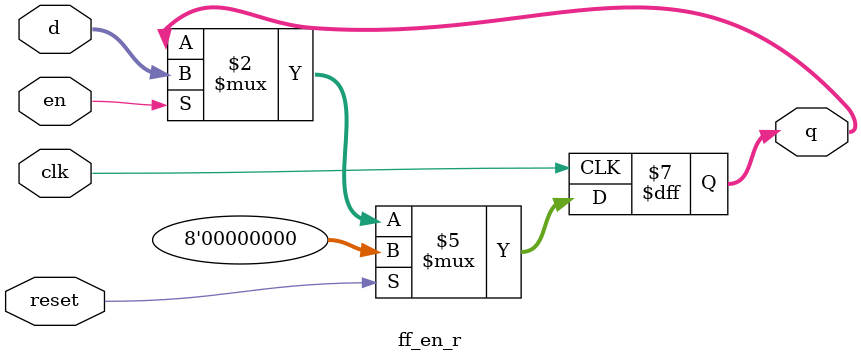
<source format=v>
`timescale 1ns / 1ps
module ff_en_r(en, clk, reset, d, q);
    input en;
    input clk;
    input reset;
    input [7:0] d;
    output reg [7:0] q;
    always @(posedge clk)
begin
if(reset)
q <= 8'h00;
else if(en)
q <= d;
end
endmodule


</source>
